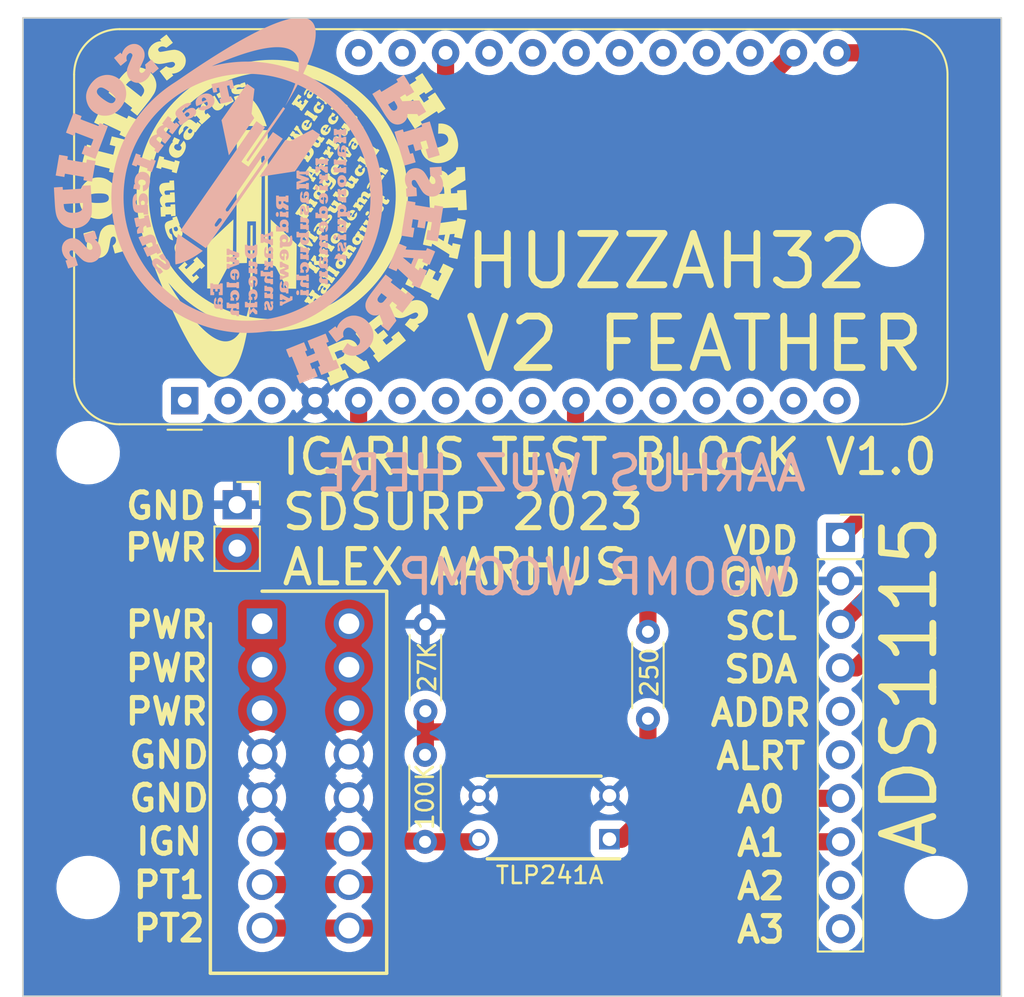
<source format=kicad_pcb>
(kicad_pcb (version 20221018) (generator pcbnew)
  (layers (0 "F.Cu" signal) (31 "B.Cu" signal) (34 "B.Paste" user) (35 "F.Paste" user) (36 "B.SilkS" user "B.Silkscreen") (37 "F.SilkS" user "F.Silkscreen") (38 "B.Mask" user) (39 "F.Mask" user) (44 "Edge.Cuts" user))
  (net 0 "")
  (net 5 "continuity")
  (net 16 "sda")
  (net 17 "scl")
  (net 21 "ignitor toggle")
  (net 25 "+5V")
  (net 28 "Net-(IC1-ANODE)")
  (net 29 "GND")
  (net 30 "ignitor in")
  (net 31 "lipo")
  (net 32 "load cell pt")
  (net 33 "chamber pt")
  (footprint "LOGO" (layer "F.Cu") (at 40.23 34.91 55)
    (fp_text reference "G***" hide)
    (fp_text value "LOGO" hide)
  )
  (footprint "MountingHole:MountingHole_3.2mm_M3" (layer "F.Cu") (at 78.74 76.2)
    (fp_text reference "H3" hide)
    (fp_text value "MountingHole")
    (pad "" np_thru_hole circle (at 0 0) (size 3.2 3.2) (drill 3.2) (layers "*.Cu" "*.Mask"))
  )
  (footprint "MountingHole:MountingHole_3.2mm_M3" (layer "F.Cu") (at 29.21 50.8)
    (fp_text reference "H1" hide)
    (fp_text value "MountingHole")
    (pad "" np_thru_hole circle (at 0 0) (size 3.2 3.2) (drill 3.2) (layers "*.Cu" "*.Mask"))
  )
  (footprint "TBL009V-254-08GY-2GY:RHDR16W70P508X254_2X8_2182X1000X1655P" (layer "F.Cu") (at 39.37 60.79 -90)
    (fp_text reference "J1" hide)
    (fp_text value "TBL009V-254-08GY-2GY" hide)
    (pad "1" thru_hole rect (at 0 0 270) (size 1.8 1.8) (drill 1.2) (layers "*.Cu" "*.Mask") (net 31 "lipo"))
    (pad "2" thru_hole circle (at 0 -5.08 270) (size 1.8 1.8) (drill 1.2) (layers "*.Cu" "*.Mask") (net 31 "lipo"))
    (pad "3" thru_hole circle (at 2.54 0 270) (size 1.8 1.8) (drill 1.2) (layers "*.Cu" "*.Mask") (net 31 "lipo"))
    (pad "4" thru_hole circle (at 2.54 -5.08 270) (size 1.8 1.8) (drill 1.2) (layers "*.Cu" "*.Mask") (net 31 "lipo"))
    (pad "5" thru_hole circle (at 5.08 0 270) (size 1.8 1.8) (drill 1.2) (layers "*.Cu" "*.Mask") (net 31 "lipo"))
    (pad "6" thru_hole circle (at 5.08 -5.08 270) (size 1.8 1.8) (drill 1.2) (layers "*.Cu" "*.Mask") (net 31 "lipo"))
    (pad "7" thru_hole circle (at 7.62 0 270) (size 1.8 1.8) (drill 1.2) (layers "*.Cu" "*.Mask") (net 29 "GND"))
    (pad "8" thru_hole circle (at 7.62 -5.08 270) (size 1.8 1.8) (drill 1.2) (layers "*.Cu" "*.Mask") (net 29 "GND"))
    (pad "9" thru_hole circle (at 10.16 0 270) (size 1.8 1.8) (drill 1.2) (layers "*.Cu" "*.Mask") (net 29 "GND"))
    (pad "10" thru_hole circle (at 10.16 -5.08 270) (size 1.8 1.8) (drill 1.2) (layers "*.Cu" "*.Mask") (net 29 "GND"))
    (pad "11" thru_hole circle (at 12.7 0 270) (size 1.8 1.8) (drill 1.2) (layers "*.Cu" "*.Mask") (net 30 "ignitor in"))
    (pad "12" thru_hole circle (at 12.7 -5.08 270) (size 1.8 1.8) (drill 1.2) (layers "*.Cu" "*.Mask") (net 30 "ignitor in"))
    (pad "13" thru_hole circle (at 15.24 0 270) (size 1.8 1.8) (drill 1.2) (layers "*.Cu" "*.Mask") (net 32 "load cell pt"))
    (pad "14" thru_hole circle (at 15.24 -5.08 270) (size 1.8 1.8) (drill 1.2) (layers "*.Cu" "*.Mask") (net 32 "load cell pt"))
    (pad "15" thru_hole circle (at 17.78 0 270) (size 1.8 1.8) (drill 1.2) (layers "*.Cu" "*.Mask") (net 33 "chamber pt"))
    (pad "16" thru_hole circle (at 17.78 -5.08 270) (size 1.8 1.8) (drill 1.2) (layers "*.Cu" "*.Mask") (net 33 "chamber pt"))
  )
  (footprint "Resistor_THT:R_Axial_DIN0204_L3.6mm_D1.6mm_P5.08mm_Horizontal" (layer "F.Cu") (at 48.89 73.53 90)
    (fp_text reference "R1" hide)
    (fp_text value "100k")
    (pad "1" thru_hole circle (at 0 0 90) (size 1.4 1.4) (drill 0.7) (layers "*.Cu" "*.Mask") (net 30 "ignitor in"))
    (pad "2" thru_hole oval (at 5.08 0 90) (size 1.4 1.4) (drill 0.7) (layers "*.Cu" "*.Mask") (net 5 "continuity"))
  )
  (footprint "Module:Adafruit_Feather" (layer "F.Cu") (at 34.85 47.76 90)
    (fp_text reference "A1" hide)
    (fp_text value "Adafruit_Feather_HUZZAH32_ESP32")
    (pad "1" thru_hole rect (at 0 0 270) (size 1.6 1.6) (drill 0.8) (layers "*.Cu" "*.Mask"))
    (pad "2" thru_hole circle (at 0 2.54 270) (size 1.6 1.6) (drill 0.8) (layers "*.Cu" "*.Mask"))
    (pad "3" thru_hole circle (at 0 5.08 270) (size 1.6 1.6) (drill 0.8) (layers "*.Cu" "*.Mask"))
    (pad "4" thru_hole circle (at 0 7.62 270) (size 1.6 1.6) (drill 0.8) (layers "*.Cu" "*.Mask") (net 29 "GND"))
    (pad "5" thru_hole circle (at 0 10.16 270) (size 1.6 1.6) (drill 0.8) (layers "*.Cu" "*.Mask") (net 5 "continuity"))
    (pad "6" thru_hole circle (at 0 12.7 270) (size 1.6 1.6) (drill 0.8) (layers "*.Cu" "*.Mask"))
    (pad "7" thru_hole circle (at 0 15.24 270) (size 1.6 1.6) (drill 0.8) (layers "*.Cu" "*.Mask"))
    (pad "8" thru_hole circle (at 0 17.78 270) (size 1.6 1.6) (drill 0.8) (layers "*.Cu" "*.Mask"))
    (pad "9" thru_hole circle (at 0 20.32 270) (size 1.6 1.6) (drill 0.8) (layers "*.Cu" "*.Mask"))
    (pad "10" thru_hole circle (at 0 22.86 270) (size 1.6 1.6) (drill 0.8) (layers "*.Cu" "*.Mask") (net 21 "ignitor toggle"))
    (pad "11" thru_hole circle (at 0 25.4 270) (size 1.6 1.6) (drill 0.8) (layers "*.Cu" "*.Mask"))
    (pad "12" thru_hole circle (at 0 27.94 270) (size 1.6 1.6) (drill 0.8) (layers "*.Cu" "*.Mask"))
    (pad "13" thru_hole circle (at 0 30.48 270) (size 1.6 1.6) (drill 0.8) (layers "*.Cu" "*.Mask"))
    (pad "14" thru_hole circle (at 0 33.02 270) (size 1.6 1.6) (drill 0.8) (layers "*.Cu" "*.Mask"))
    (pad "15" thru_hole circle (at 0 35.56 270) (size 1.6 1.6) (drill 0.8) (layers "*.Cu" "*.Mask"))
    (pad "16" thru_hole circle (at 0 38.1 270) (size 1.6 1.6) (drill 0.8) (layers "*.Cu" "*.Mask"))
    (pad "17" thru_hole circle (at 20.32 38.1 270) (size 1.6 1.6) (drill 0.8) (layers "*.Cu" "*.Mask") (net 16 "sda"))
    (pad "18" thru_hole circle (at 20.32 35.56 270) (size 1.6 1.6) (drill 0.8) (layers "*.Cu" "*.Mask") (net 17 "scl"))
    (pad "19" thru_hole circle (at 20.32 33.02 270) (size 1.6 1.6) (drill 0.8) (layers "*.Cu" "*.Mask"))
    (pad "20" thru_hole circle (at 20.32 30.48 270) (size 1.6 1.6) (drill 0.8) (layers "*.Cu" "*.Mask"))
    (pad "21" thru_hole circle (at 20.32 27.94 270) (size 1.6 1.6) (drill 0.8) (layers "*.Cu" "*.Mask"))
    (pad "22" thru_hole circle (at 20.32 25.4 270) (size 1.6 1.6) (drill 0.8) (layers "*.Cu" "*.Mask"))
    (pad "23" thru_hole circle (at 20.32 22.86 270) (size 1.6 1.6) (drill 0.8) (layers "*.Cu" "*.Mask"))
    (pad "24" thru_hole circle (at 20.32 20.32 270) (size 1.6 1.6) (drill 0.8) (layers "*.Cu" "*.Mask"))
    (pad "25" thru_hole circle (at 20.32 17.78 270) (size 1.6 1.6) (drill 0.8) (layers "*.Cu" "*.Mask"))
    (pad "26" thru_hole circle (at 20.32 15.24 270) (size 1.6 1.6) (drill 0.8) (layers "*.Cu" "*.Mask") (net 25 "+5V"))
    (pad "27" thru_hole circle (at 20.32 12.7 270) (size 1.6 1.6) (drill 0.8) (layers "*.Cu" "*.Mask"))
    (pad "28" thru_hole circle (at 20.32 10.16 270) (size 1.6 1.6) (drill 0.8) (layers "*.Cu" "*.Mask"))
  )
  (footprint "Resistor_THT:R_Axial_DIN0204_L3.6mm_D1.6mm_P5.08mm_Horizontal" (layer "F.Cu") (at 61.91 61.26 -90)
    (fp_text reference "R3" hide)
    (fp_text value "250")
    (pad "1" thru_hole circle (at 0 0 270) (size 1.4 1.4) (drill 0.7) (layers "*.Cu" "*.Mask") (net 21 "ignitor toggle"))
    (pad "2" thru_hole oval (at 5.08 0 270) (size 1.4 1.4) (drill 0.7) (layers "*.Cu" "*.Mask") (net 28 "Net-(IC1-ANODE)"))
  )
  (footprint "MountingHole:MountingHole_3.2mm_M3" (layer "F.Cu") (at 29.21 76.2)
    (fp_text reference "H4" hide)
    (fp_text value "MountingHole")
    (pad "" np_thru_hole circle (at 0 0) (size 3.2 3.2) (drill 3.2) (layers "*.Cu" "*.Mask"))
  )
  (footprint "TLP241A_D4,F:DIP762W60P254L458H485Q4N" (layer "F.Cu") (at 55.85 72.11 180)
    (fp_text reference "IC1" hide)
    (fp_text value "TLP241A_D4,F" hide)
    (pad "1" thru_hole rect (at -3.81 -1.27 180) (size 1.2 1.2) (drill 0.8) (layers "*.Cu" "*.Mask") (net 28 "Net-(IC1-ANODE)"))
    (pad "2" thru_hole circle (at -3.81 1.27 180) (size 1.2 1.2) (drill 0.8) (layers "*.Cu" "*.Mask") (net 29 "GND"))
    (pad "3" thru_hole circle (at 3.81 1.27 180) (size 1.2 1.2) (drill 0.8) (layers "*.Cu" "*.Mask") (net 29 "GND"))
    (pad "4" thru_hole circle (at 3.81 -1.27 180) (size 1.2 1.2) (drill 0.8) (layers "*.Cu" "*.Mask") (net 30 "ignitor in"))
  )
  (footprint "Connector_PinSocket_2.54mm:PinSocket_1x02_P2.54mm_Vertical" (layer "F.Cu") (at 37.915 53.84)
    (fp_text reference "J2" hide)
    (fp_text value "Conn_01x02_Socket")
    (pad "1" thru_hole rect (at 0 0) (size 1.7 1.7) (drill 1) (layers "*.Cu" "*.Mask") (net 29 "GND"))
    (pad "2" thru_hole oval (at 0 2.54) (size 1.7 1.7) (drill 1) (layers "*.Cu" "*.Mask") (net 31 "lipo"))
  )
  (footprint "MountingHole:MountingHole_3.2mm_M3" (layer "F.Cu") (at 76.2 38.1)
    (fp_text reference "Hv" hide)
    (fp_text value "MountingHole")
    (pad "" np_thru_hole circle (at 0 0) (size 3.2 3.2) (drill 3.2) (layers "*.Cu" "*.Mask"))
  )
  (footprint "Resistor_THT:R_Axial_DIN0204_L3.6mm_D1.6mm_P5.08mm_Horizontal" (layer "F.Cu") (at 48.91 65.9 90)
    (fp_text reference "R2" hide)
    (fp_text value "27k")
    (pad "1" thru_hole circle (at 0 0 90) (size 1.4 1.4) (drill 0.7) (layers "*.Cu" "*.Mask") (net 5 "continuity"))
    (pad "2" thru_hole oval (at 5.08 0 90) (size 1.4 1.4) (drill 0.7) (layers "*.Cu" "*.Mask") (net 29 "GND"))
  )
  (footprint "Connector_PinSocket_2.54mm:PinSocket_1x10_P2.54mm_Vertical" (layer "F.Cu") (at 73.16 55.75)
    (fp_text reference "J3" hide)
    (fp_text value "Conn_01x10_Socket")
    (pad "1" thru_hole rect (at 0 0) (size 1.7 1.7) (drill 1) (layers "*.Cu" "*.Mask") (net 25 "+5V"))
    (pad "2" thru_hole oval (at 0 2.54) (size 1.7 1.7) (drill 1) (layers "*.Cu" "*.Mask") (net 29 "GND"))
    (pad "3" thru_hole oval (at 0 5.08) (size 1.7 1.7) (drill 1) (layers "*.Cu" "*.Mask") (net 17 "scl"))
    (pad "4" thru_hole oval (at 0 7.62) (size 1.7 1.7) (drill 1) (layers "*.Cu" "*.Mask") (net 16 "sda"))
    (pad "5" thru_hole oval (at 0 10.16) (size 1.7 1.7) (drill 1) (layers "*.Cu" "*.Mask"))
    (pad "6" thru_hole oval (at 0 12.7) (size 1.7 1.7) (drill 1) (layers "*.Cu" "*.Mask"))
    (pad "7" thru_hole oval (at 0 15.24) (size 1.7 1.7) (drill 1) (layers "*.Cu" "*.Mask") (net 32 "load cell pt"))
    (pad "8" thru_hole oval (at 0 17.78) (size 1.7 1.7) (drill 1) (layers "*.Cu" "*.Mask") (net 33 "chamber pt"))
    (pad "9" thru_hole oval (at 0 20.32) (size 1.7 1.7) (drill 1) (layers "*.Cu" "*.Mask"))
    (pad "10" thru_hole oval (at 0 22.86) (size 1.7 1.7) (drill 1) (layers "*.Cu" "*.Mask"))
  )
  (footprint "LOGO" (layer "B.Cu") (at 38.21 36.74 -90)
    (fp_text reference "G***" hide)
    (fp_text value "LOGO" hide)
  )
  (gr_rect (start 25.4 25.4) (end 82.55 82.55) (stroke (width 0.1)) (fill none) (layer "Edge.Cuts"))
  (gr_text "WOOMP WOOMP" (at 70.57 59.24) (layer "B.SilkS") (effects (font (size 2 2) (thickness 0.3)) (justify left bottom mirror)))
  (gr_text "AARHUS WUZ HERE" (at 71.32 53.18) (layer "B.SilkS") (effects (font (size 2 2) (thickness 0.3)) (justify left bottom mirror)))
  (gr_text "IGN" (at 31.85 74.4) (layer "F.SilkS") (effects (font (size 1.5 1.5) (thickness 0.3) bold) (justify left bottom)))
  (gr_text "GND" (at 66.021428 59.257142) (layer "F.SilkS") (effects (font (size 1.5 1.5) (thickness 0.3) bold) (justify left bottom)))
  (gr_text "A3" (at 66.95 79.537142) (layer "F.SilkS") (effects (font (size 1.5 1.5) (thickness 0.3) bold) (justify left bottom)))
  (gr_text "ICARUS TEST BLOCK V1.0\nSDSURP 2023\nALEX AARHUS" (at 40.39 58.66) (layer "F.SilkS") (effects (font (size 2 2) (thickness 0.3)) (justify left bottom)))
  (gr_text "A0" (at 66.95 71.938571) (layer "F.SilkS") (effects (font (size 1.5 1.5) (thickness 0.3) bold) (justify left bottom)))
  (gr_text "HUZZAH32 \nV2 FEATHER" (at 51.01 46.21) (layer "F.SilkS") (effects (font (size 3 3) (thickness 0.4)) (justify left bottom)))
  (gr_text "ALRT" (at 65.735714 69.405714) (layer "F.SilkS") (effects (font (size 1.5 1.5) (thickness 0.3) bold) (justify left bottom)))
  (gr_text "PWR" (at 31.242857 66.801429) (layer "F.SilkS") (effects (font (size 1.5 1.5) (thickness 0.3) bold) (justify left bottom)))
  (gr_text "A2" (at 66.95 77.004285) (layer "F.SilkS") (effects (font (size 1.5 1.5) (thickness 0.3) bold) (justify left bottom)))
  (gr_text "SCL" (at 66.235714 61.807143) (layer "F.SilkS") (effects (font (size 1.5 1.5) (thickness 0.3) bold) (justify left bottom)))
  (gr_text "ADDR" (at 65.414285 66.872857) (layer "F.SilkS") (effects (font (size 1.5 1.5) (thickness 0.3) bold) (justify left bottom)))
  (gr_text "PWR" (at 31.197143 57.225715) (layer "F.SilkS") (effects (font (size 1.5 1.5) (thickness 0.3) bold) (justify left bottom)))
  (gr_text "PWR" (at 31.242857 61.735715) (layer "F.SilkS") (effects (font (size 1.5 1.5) (thickness 0.3) bold) (justify left bottom)))
  (gr_text "250" (at 62 63.62 90) (layer "F.SilkS") (effects (font (size 1 1))))
  (gr_text "VDD" (at 66.164285 56.817142) (layer "F.SilkS") (effects (font (size 1.5 1.5) (thickness 0.3) bold) (justify left bottom)))
  (gr_text "GND\n" (at 31.457143 69.334286) (layer "F.SilkS") (effects (font (size 1.5 1.5) (thickness 0.3) bold) (justify left bottom)))
  (gr_text "GND\n" (at 31.457143 71.867143) (layer "F.SilkS") (effects (font (size 1.5 1.5) (thickness 0.3) bold) (justify left bottom)))
  (gr_text "PWR" (at 31.242857 64.268572) (layer "F.SilkS") (effects (font (size 1.5 1.5) (thickness 0.3) bold) (justify left bottom)))
  (gr_text "PT2" (at 31.707143 79.465714) (layer "F.SilkS") (effects (font (size 1.5 1.5) (thickness 0.3) bold) (justify left bottom)))
  (gr_text "PT1" (at 31.707143 76.932857) (layer "F.SilkS") (effects (font (size 1.5 1.5) (thickness 0.3) bold) (justify left bottom)))
  (gr_text "A1" (at 66.95 74.471428) (layer "F.SilkS") (effects (font (size 1.5 1.5) (thickness 0.3) bold) (justify left bottom)))
  (gr_text "TLP241A" (at 56.17 75.48) (layer "F.SilkS") (effects (font (size 1 1))))
  (gr_text "ADS1115" (at 78.94 74.6 90) (layer "F.SilkS") (effects (font (size 3 3) (thickness 0.4)) (justify left bottom)))
  (gr_text "GND" (at 31.268572 54.785715) (layer "F.SilkS") (effects (font (size 1.5 1.5) (thickness 0.3) bold) (justify left bottom)))
  (gr_text "SDA" (at 66.2 64.34) (layer "F.SilkS") (effects (font (size 1.5 1.5) (thickness 0.3) bold) (justify left bottom)))
  (gr_text "27K" (at 49.02 63.3 90) (layer "F.SilkS") (effects (font (size 1 1))))
  (gr_text "100K" (at 48.89 70.9 90) (layer "F.SilkS") (effects (font (size 1 1))))
  (segment (start 48.91 65.9) (end 48.91 67.11) (width 1) (layer "F.Cu") (net 5))
  (segment (start 50.43 67.11) (end 48.91 67.11) (width 1) (layer "F.Cu") (net 5))
  (segment (start 48.91 67.11) (end 48.91 68.43) (width 1) (layer "F.Cu") (net 5))
  (segment (start 48.91 68.43) (end 48.89 68.45) (width 1) (layer "F.Cu") (net 5))
  (segment (start 51.76 65.78) (end 50.43 67.11) (width 1) (layer "F.Cu") (net 5))
  (segment (start 45.01 49.98) (end 51.76 56.73) (width 1) (layer "F.Cu") (net 5))
  (segment (start 45.01 47.76) (end 45.01 49.98) (width 1) (layer "F.Cu") (net 5))
  (segment (start 51.76 56.73) (end 51.76 65.78) (width 1) (layer "F.Cu") (net 5))
  (segment (start 74.08 63.37) (end 73.16 63.37) (width 1) (layer "F.Cu") (net 16))
  (segment (start 80.65 33.3) (end 80.65 56.8) (width 1) (layer "F.Cu") (net 16))
  (segment (start 74.79 27.44) (end 80.65 33.3) (width 1) (layer "F.Cu") (net 16))
  (segment (start 80.65 56.8) (end 74.08 63.37) (width 1) (layer "F.Cu") (net 16))
  (segment (start 72.95 27.44) (end 74.79 27.44) (width 1) (layer "F.Cu") (net 16))
  (segment (start 69.14 28.71) (end 69.14 37) (width 1) (layer "F.Cu") (net 17))
  (segment (start 77.85 45.71) (end 77.85 56.14) (width 1) (layer "F.Cu") (net 17))
  (segment (start 69.14 37) (end 77.85 45.71) (width 1) (layer "F.Cu") (net 17))
  (segment (start 77.85 56.14) (end 73.16 60.83) (width 1) (layer "F.Cu") (net 17))
  (segment (start 70.41 27.44) (end 69.14 28.71) (width 1) (layer "F.Cu") (net 17))
  (segment (start 57.68 52.79) (end 61.91 57.02) (width 1) (layer "F.Cu") (net 21))
  (segment (start 57.71 47.76) (end 57.68 47.79) (width 1) (layer "F.Cu") (net 21))
  (segment (start 61.91 57.02) (end 61.91 61.26) (width 1) (layer "F.Cu") (net 21))
  (segment (start 57.68 47.79) (end 57.68 52.79) (width 1) (layer "F.Cu") (net 21))
  (segment (start 62.2 42.79) (end 70.97 42.79) (width 1) (layer "F.Cu") (net 25))
  (segment (start 74.83 46.65) (end 74.83 54.08) (width 1) (layer "F.Cu") (net 25))
  (segment (start 70.97 42.79) (end 74.83 46.65) (width 1) (layer "F.Cu") (net 25))
  (segment (start 74.83 54.08) (end 73.16 55.75) (width 1) (layer "F.Cu") (net 25))
  (segment (start 50.09 27.44) (end 50.09 30.68) (width 1) (layer "F.Cu") (net 25))
  (segment (start 50.09 30.68) (end 62.2 42.79) (width 1) (layer "F.Cu") (net 25))
  (segment (start 61.91 71.84) (end 61.91 66.34) (width 1) (layer "F.Cu") (net 28))
  (segment (start 59.66 73.38) (end 60.37 73.38) (width 1) (layer "F.Cu") (net 28))
  (segment (start 60.37 73.38) (end 61.91 71.84) (width 1) (layer "F.Cu") (net 28))
  (segment (start 39.37 73.49) (end 44.45 73.49) (width 1) (layer "F.Cu") (net 30))
  (segment (start 51.89 73.53) (end 52.04 73.38) (width 1) (layer "F.Cu") (net 30))
  (segment (start 48.85 73.49) (end 48.89 73.53) (width 1) (layer "F.Cu") (net 30))
  (segment (start 44.45 73.49) (end 48.85 73.49) (width 1) (layer "F.Cu") (net 30))
  (segment (start 48.89 73.53) (end 51.89 73.53) (width 1) (layer "F.Cu") (net 30))
  (segment (start 39.37 76.03) (end 44.45 76.03) (width 1) (layer "F.Cu") (net 32))
  (segment (start 44.45 76.03) (end 63.28 76.03) (width 1) (layer "F.Cu") (net 32))
  (segment (start 68.89 70.99) (end 73.16 70.99) (width 1) (layer "F.Cu") (net 32))
  (segment (start 63.28 76.03) (end 68.32 70.99) (width 1) (layer "F.Cu") (net 32))
  (segment (start 68.32 70.99) (end 68.89 70.99) (width 1) (layer "F.Cu") (net 32))
  (segment (start 65.84 78.57) (end 44.45 78.57) (width 1) (layer "F.Cu") (net 33))
  (segment (start 73.16 73.53) (end 70.88 73.53) (width 1) (layer "F.Cu") (net 33))
  (segment (start 39.37 78.57) (end 44.45 78.57) (width 1) (layer "F.Cu") (net 33))
  (segment (start 67.14 77.27) (end 65.84 78.57) (width 1) (layer "F.Cu") (net 33))
  (segment (start 70.88 73.53) (end 67.14 77.27) (width 1) (layer "F.Cu") (net 33))
  (zone (net 31) (net_name "lipo") (layer "F.Cu") (priority 1) (connect_pads yes (clearance 0.5)) (min_thickness 0.25) (fill yes (thermal_gap 0.5) (thermal_bridge_width 0.5))
    (polygon (pts (xy 44.9 54.65) (xy 34.93 54.71) (xy 35.07 67.17) (xy 46.52 67.16) (xy 46.66 56.4) (xy 44.93 54.62)))
  )
  (zone (net 29) (net_name "GND") (layer "B.Cu") (connect_pads (clearance 0.5)) (min_thickness 0.25) (fill yes (thermal_gap 0.5) (thermal_bridge_width 0.5))
    (polygon (pts (xy 25.41 25.4) (xy 82.58 25.41) (xy 82.59 82.56) (xy 25.38 82.53)))
  )
)
</source>
